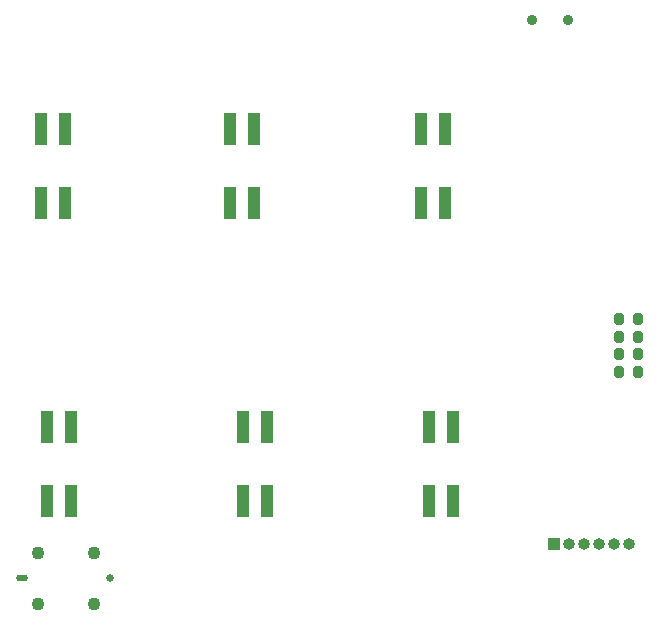
<source format=gbr>
%TF.GenerationSoftware,KiCad,Pcbnew,8.0.2*%
%TF.CreationDate,2025-04-21T15:08:20+02:00*%
%TF.ProjectId,logic,6c6f6769-632e-46b6-9963-61645f706362,rev?*%
%TF.SameCoordinates,Original*%
%TF.FileFunction,Soldermask,Bot*%
%TF.FilePolarity,Negative*%
%FSLAX46Y46*%
G04 Gerber Fmt 4.6, Leading zero omitted, Abs format (unit mm)*
G04 Created by KiCad (PCBNEW 8.0.2) date 2025-04-21 15:08:20*
%MOMM*%
%LPD*%
G01*
G04 APERTURE LIST*
G04 Aperture macros list*
%AMRoundRect*
0 Rectangle with rounded corners*
0 $1 Rounding radius*
0 $2 $3 $4 $5 $6 $7 $8 $9 X,Y pos of 4 corners*
0 Add a 4 corners polygon primitive as box body*
4,1,4,$2,$3,$4,$5,$6,$7,$8,$9,$2,$3,0*
0 Add four circle primitives for the rounded corners*
1,1,$1+$1,$2,$3*
1,1,$1+$1,$4,$5*
1,1,$1+$1,$6,$7*
1,1,$1+$1,$8,$9*
0 Add four rect primitives between the rounded corners*
20,1,$1+$1,$2,$3,$4,$5,0*
20,1,$1+$1,$4,$5,$6,$7,0*
20,1,$1+$1,$6,$7,$8,$9,0*
20,1,$1+$1,$8,$9,$2,$3,0*%
G04 Aperture macros list end*
%ADD10R,1.000000X1.000000*%
%ADD11O,1.000000X1.000000*%
%ADD12C,0.900000*%
%ADD13C,0.660000*%
%ADD14O,1.000000X0.580000*%
%ADD15C,1.100000*%
%ADD16R,1.000000X2.750000*%
%ADD17RoundRect,0.200000X-0.200000X-0.275000X0.200000X-0.275000X0.200000X0.275000X-0.200000X0.275000X0*%
G04 APERTURE END LIST*
D10*
%TO.C,J23*%
X167233600Y-151536400D03*
D11*
X168503600Y-151536400D03*
X169773600Y-151536400D03*
X171043600Y-151536400D03*
X172313600Y-151536400D03*
X173583600Y-151536400D03*
%TD*%
D12*
%TO.C,J3*%
X165403400Y-107195400D03*
X168403400Y-107195400D03*
%TD*%
D13*
%TO.C,J2*%
X129677000Y-154455400D03*
D14*
X122177000Y-154455400D03*
D15*
X128327000Y-156605400D03*
X128327000Y-152305400D03*
X123527000Y-156605400D03*
X123527000Y-152305400D03*
%TD*%
D16*
%TO.C,J22*%
X124349000Y-147905000D03*
X124349000Y-141655000D03*
X126349000Y-147905000D03*
X126349000Y-141655000D03*
%TD*%
D17*
%TO.C,R5*%
X172733200Y-135483600D03*
X174383200Y-135483600D03*
%TD*%
%TO.C,R4*%
X172733200Y-134010400D03*
X174383200Y-134010400D03*
%TD*%
D16*
%TO.C,J20*%
X140960600Y-147930400D03*
X140960600Y-141680400D03*
X142960600Y-147930400D03*
X142960600Y-141680400D03*
%TD*%
%TO.C,J11*%
X125841000Y-116407400D03*
X125841000Y-122657400D03*
X123841000Y-116407400D03*
X123841000Y-122657400D03*
%TD*%
%TO.C,J17*%
X158673800Y-141681200D03*
X158673800Y-147931200D03*
X156673800Y-141681200D03*
X156673800Y-147931200D03*
%TD*%
D17*
%TO.C,R3*%
X172733200Y-132537200D03*
X174383200Y-132537200D03*
%TD*%
D16*
%TO.C,J7*%
X141843000Y-116407400D03*
X141843000Y-122657400D03*
X139843000Y-116407400D03*
X139843000Y-122657400D03*
%TD*%
%TO.C,J4*%
X157997400Y-116407400D03*
X157997400Y-122657400D03*
X155997400Y-116407400D03*
X155997400Y-122657400D03*
%TD*%
D17*
%TO.C,R6*%
X172733200Y-136956800D03*
X174383200Y-136956800D03*
%TD*%
M02*

</source>
